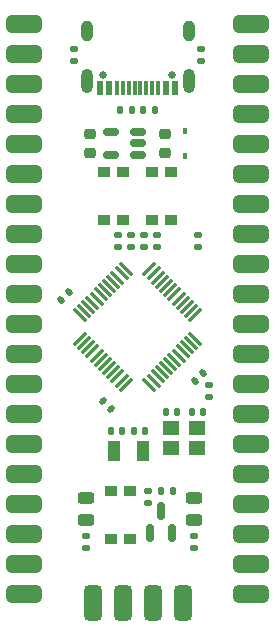
<source format=gbr>
%TF.GenerationSoftware,KiCad,Pcbnew,6.0.11-2627ca5db0~126~ubuntu20.04.1*%
%TF.CreationDate,2023-02-28T16:59:55+07:00*%
%TF.ProjectId,Bluepill-USB-C,426c7565-7069-46c6-9c2d-5553422d432e,rev?*%
%TF.SameCoordinates,Original*%
%TF.FileFunction,Soldermask,Top*%
%TF.FilePolarity,Negative*%
%FSLAX46Y46*%
G04 Gerber Fmt 4.6, Leading zero omitted, Abs format (unit mm)*
G04 Created by KiCad (PCBNEW 6.0.11-2627ca5db0~126~ubuntu20.04.1) date 2023-02-28 16:59:55*
%MOMM*%
%LPD*%
G01*
G04 APERTURE LIST*
G04 Aperture macros list*
%AMRoundRect*
0 Rectangle with rounded corners*
0 $1 Rounding radius*
0 $2 $3 $4 $5 $6 $7 $8 $9 X,Y pos of 4 corners*
0 Add a 4 corners polygon primitive as box body*
4,1,4,$2,$3,$4,$5,$6,$7,$8,$9,$2,$3,0*
0 Add four circle primitives for the rounded corners*
1,1,$1+$1,$2,$3*
1,1,$1+$1,$4,$5*
1,1,$1+$1,$6,$7*
1,1,$1+$1,$8,$9*
0 Add four rect primitives between the rounded corners*
20,1,$1+$1,$2,$3,$4,$5,0*
20,1,$1+$1,$4,$5,$6,$7,0*
20,1,$1+$1,$6,$7,$8,$9,0*
20,1,$1+$1,$8,$9,$2,$3,0*%
G04 Aperture macros list end*
%ADD10R,0.450000X0.600000*%
%ADD11RoundRect,0.140000X-0.140000X-0.170000X0.140000X-0.170000X0.140000X0.170000X-0.140000X0.170000X0*%
%ADD12RoundRect,0.135000X0.185000X-0.135000X0.185000X0.135000X-0.185000X0.135000X-0.185000X-0.135000X0*%
%ADD13C,1.500000*%
%ADD14RoundRect,0.375000X0.375000X-1.125000X0.375000X1.125000X-0.375000X1.125000X-0.375000X-1.125000X0*%
%ADD15RoundRect,0.135000X-0.185000X0.135000X-0.185000X-0.135000X0.185000X-0.135000X0.185000X0.135000X0*%
%ADD16RoundRect,0.140000X0.021213X-0.219203X0.219203X-0.021213X-0.021213X0.219203X-0.219203X0.021213X0*%
%ADD17RoundRect,0.147500X-0.172500X0.147500X-0.172500X-0.147500X0.172500X-0.147500X0.172500X0.147500X0*%
%ADD18RoundRect,0.140000X0.140000X0.170000X-0.140000X0.170000X-0.140000X-0.170000X0.140000X-0.170000X0*%
%ADD19R,1.000000X0.900000*%
%ADD20RoundRect,0.140000X-0.170000X0.140000X-0.170000X-0.140000X0.170000X-0.140000X0.170000X0.140000X0*%
%ADD21RoundRect,0.075000X0.521491X-0.415425X-0.415425X0.521491X-0.521491X0.415425X0.415425X-0.521491X0*%
%ADD22RoundRect,0.075000X0.521491X0.415425X0.415425X0.521491X-0.521491X-0.415425X-0.415425X-0.521491X0*%
%ADD23R,1.400000X1.200000*%
%ADD24RoundRect,0.243750X-0.456250X0.243750X-0.456250X-0.243750X0.456250X-0.243750X0.456250X0.243750X0*%
%ADD25RoundRect,0.140000X0.170000X-0.140000X0.170000X0.140000X-0.170000X0.140000X-0.170000X-0.140000X0*%
%ADD26RoundRect,0.375000X-1.125000X-0.375000X1.125000X-0.375000X1.125000X0.375000X-1.125000X0.375000X0*%
%ADD27C,0.650000*%
%ADD28R,0.600000X1.240000*%
%ADD29R,0.300000X1.240000*%
%ADD30O,1.000000X1.800000*%
%ADD31O,1.000000X2.100000*%
%ADD32RoundRect,0.135000X0.135000X0.185000X-0.135000X0.185000X-0.135000X-0.185000X0.135000X-0.185000X0*%
%ADD33RoundRect,0.140000X-0.021213X0.219203X-0.219203X0.021213X0.021213X-0.219203X0.219203X-0.021213X0*%
%ADD34R,1.000000X1.800000*%
%ADD35RoundRect,0.140000X0.219203X0.021213X0.021213X0.219203X-0.219203X-0.021213X-0.021213X-0.219203X0*%
%ADD36RoundRect,0.375000X1.125000X0.375000X-1.125000X0.375000X-1.125000X-0.375000X1.125000X-0.375000X0*%
%ADD37RoundRect,0.150000X0.512500X0.150000X-0.512500X0.150000X-0.512500X-0.150000X0.512500X-0.150000X0*%
%ADD38RoundRect,0.225000X0.250000X-0.225000X0.250000X0.225000X-0.250000X0.225000X-0.250000X-0.225000X0*%
%ADD39RoundRect,0.150000X0.150000X-0.587500X0.150000X0.587500X-0.150000X0.587500X-0.150000X-0.587500X0*%
%ADD40RoundRect,0.135000X-0.135000X-0.185000X0.135000X-0.185000X0.135000X0.185000X-0.135000X0.185000X0*%
%ADD41RoundRect,0.225000X-0.250000X0.225000X-0.250000X-0.225000X0.250000X-0.225000X0.250000X0.225000X0*%
G04 APERTURE END LIST*
D10*
%TO.C,D1*%
X154152600Y-89950000D03*
X154152600Y-87850000D03*
%TD*%
D11*
%TO.C,C9*%
X152191200Y-118323200D03*
X153151200Y-118323200D03*
%TD*%
D12*
%TO.C,R9*%
X155250000Y-97660000D03*
X155250000Y-96640000D03*
%TD*%
D13*
%TO.C,J2*%
X146354800Y-128524000D03*
D14*
X146354800Y-127824000D03*
X148894800Y-127824000D03*
D13*
X148894800Y-128524000D03*
X151434800Y-128524000D03*
D14*
X151434800Y-127824000D03*
D13*
X153974800Y-128524000D03*
D14*
X153974800Y-127824000D03*
%TD*%
D15*
%TO.C,R6*%
X148550000Y-96640000D03*
X148550000Y-97660000D03*
%TD*%
D16*
%TO.C,C10*%
X143710589Y-102189411D03*
X144389411Y-101510589D03*
%TD*%
D17*
%TO.C,FB1*%
X156250000Y-109365000D03*
X156250000Y-110335000D03*
%TD*%
D18*
%TO.C,C2*%
X155730000Y-111650000D03*
X154770000Y-111650000D03*
%TD*%
D19*
%TO.C,SW3*%
X149500000Y-118300000D03*
X149500000Y-122400000D03*
X147900000Y-118300000D03*
X147900000Y-122400000D03*
%TD*%
D20*
%TO.C,C5*%
X149650000Y-96670000D03*
X149650000Y-97630000D03*
%TD*%
D21*
%TO.C,U3*%
X151163588Y-109337876D03*
X151517142Y-108984322D03*
X151870695Y-108630769D03*
X152224249Y-108277215D03*
X152577802Y-107923662D03*
X152931355Y-107570109D03*
X153284909Y-107216555D03*
X153638462Y-106863002D03*
X153992015Y-106509449D03*
X154345569Y-106155895D03*
X154699122Y-105802342D03*
X155052676Y-105448788D03*
D22*
X155052676Y-103451212D03*
X154699122Y-103097658D03*
X154345569Y-102744105D03*
X153992015Y-102390551D03*
X153638462Y-102036998D03*
X153284909Y-101683445D03*
X152931355Y-101329891D03*
X152577802Y-100976338D03*
X152224249Y-100622785D03*
X151870695Y-100269231D03*
X151517142Y-99915678D03*
X151163588Y-99562124D03*
D21*
X149166012Y-99562124D03*
X148812458Y-99915678D03*
X148458905Y-100269231D03*
X148105351Y-100622785D03*
X147751798Y-100976338D03*
X147398245Y-101329891D03*
X147044691Y-101683445D03*
X146691138Y-102036998D03*
X146337585Y-102390551D03*
X145984031Y-102744105D03*
X145630478Y-103097658D03*
X145276924Y-103451212D03*
D22*
X145276924Y-105448788D03*
X145630478Y-105802342D03*
X145984031Y-106155895D03*
X146337585Y-106509449D03*
X146691138Y-106863002D03*
X147044691Y-107216555D03*
X147398245Y-107570109D03*
X147751798Y-107923662D03*
X148105351Y-108277215D03*
X148458905Y-108630769D03*
X148812458Y-108984322D03*
X149166012Y-109337876D03*
%TD*%
D23*
%TO.C,Y2*%
X153010000Y-114732000D03*
X155210000Y-114732000D03*
X155210000Y-113032000D03*
X153010000Y-113032000D03*
%TD*%
D19*
%TO.C,SW1*%
X147364800Y-95400000D03*
X147364800Y-91300000D03*
X148964800Y-95400000D03*
X148964800Y-91300000D03*
%TD*%
D24*
%TO.C,D3*%
X154971200Y-118935700D03*
X154971200Y-120810700D03*
%TD*%
D25*
%TO.C,C11*%
X151850000Y-97630000D03*
X151850000Y-96670000D03*
%TD*%
D19*
%TO.C,SW2*%
X151364800Y-95400000D03*
X151364800Y-91300000D03*
X152964800Y-95400000D03*
X152964800Y-91300000D03*
%TD*%
D15*
%TO.C,R5*%
X150750000Y-96640000D03*
X150750000Y-97660000D03*
%TD*%
D26*
%TO.C,J3*%
X140574800Y-78765400D03*
D13*
X139824800Y-78765400D03*
X139824800Y-81305400D03*
D26*
X140574800Y-81305400D03*
X140574800Y-83845400D03*
D13*
X139824800Y-83845400D03*
X139824800Y-86385400D03*
D26*
X140574800Y-86385400D03*
X140574800Y-88925400D03*
D13*
X139824800Y-88925400D03*
D26*
X140574800Y-91465400D03*
D13*
X139824800Y-91465400D03*
D26*
X140574800Y-94005400D03*
D13*
X139824800Y-94005400D03*
X139824800Y-96545400D03*
D26*
X140574800Y-96545400D03*
D13*
X139824800Y-99085400D03*
D26*
X140574800Y-99085400D03*
X140574800Y-101625400D03*
D13*
X139824800Y-101625400D03*
X139824800Y-104165400D03*
D26*
X140574800Y-104165400D03*
X140574800Y-106705400D03*
D13*
X139824800Y-106705400D03*
X139824800Y-109245400D03*
D26*
X140574800Y-109245400D03*
X140574800Y-111785400D03*
D13*
X139824800Y-111785400D03*
X139824800Y-114325400D03*
D26*
X140574800Y-114325400D03*
X140574800Y-116865400D03*
D13*
X139824800Y-116865400D03*
X139824800Y-119405400D03*
D26*
X140574800Y-119405400D03*
X140574800Y-121945400D03*
D13*
X139824800Y-121945400D03*
X139824800Y-124485400D03*
D26*
X140574800Y-124485400D03*
D13*
X139824800Y-127025400D03*
D26*
X140574800Y-127025400D03*
%TD*%
D27*
%TO.C,J1*%
X153054800Y-83092830D03*
X147274800Y-83092830D03*
D28*
X153364800Y-84212830D03*
X152564800Y-84212830D03*
D29*
X151414800Y-84212830D03*
X150414800Y-84212830D03*
X149914800Y-84212830D03*
X148914800Y-84212830D03*
D28*
X147764800Y-84212830D03*
X146964800Y-84212830D03*
X146964800Y-84212830D03*
X147764800Y-84212830D03*
D29*
X148414800Y-84212830D03*
X149414800Y-84212830D03*
X150914800Y-84212830D03*
X151914800Y-84212830D03*
D28*
X152564800Y-84212830D03*
X153364800Y-84212830D03*
D30*
X145844800Y-79412830D03*
D31*
X145844800Y-83612830D03*
D30*
X154484800Y-79412830D03*
D31*
X154484800Y-83612830D03*
%TD*%
D12*
%TO.C,R2*%
X144750000Y-81960000D03*
X144750000Y-80940000D03*
%TD*%
D15*
%TO.C,R8*%
X154971200Y-122163200D03*
X154971200Y-123183200D03*
%TD*%
D32*
%TO.C,R3*%
X149710000Y-86050000D03*
X148690000Y-86050000D03*
%TD*%
D33*
%TO.C,C13*%
X155689411Y-108360589D03*
X155010589Y-109039411D03*
%TD*%
D18*
%TO.C,C4*%
X150830000Y-113250000D03*
X149870000Y-113250000D03*
%TD*%
D34*
%TO.C,Y1*%
X150650000Y-114950000D03*
X148150000Y-114950000D03*
%TD*%
D35*
%TO.C,C12*%
X147939411Y-111389411D03*
X147260589Y-110710589D03*
%TD*%
D24*
%TO.C,D2*%
X145821200Y-118935700D03*
X145821200Y-120810700D03*
%TD*%
D15*
%TO.C,R7*%
X145821200Y-122163200D03*
X145821200Y-123183200D03*
%TD*%
D13*
%TO.C,J4*%
X160504800Y-127025400D03*
D36*
X159754800Y-127025400D03*
X159754800Y-124485400D03*
D13*
X160504800Y-124485400D03*
D36*
X159754800Y-121945400D03*
D13*
X160504800Y-121945400D03*
D36*
X159754800Y-119405400D03*
D13*
X160504800Y-119405400D03*
X160504800Y-116865400D03*
D36*
X159754800Y-116865400D03*
X159754800Y-114325400D03*
D13*
X160504800Y-114325400D03*
D36*
X159754800Y-111785400D03*
D13*
X160504800Y-111785400D03*
D36*
X159754800Y-109245400D03*
D13*
X160504800Y-109245400D03*
D36*
X159754800Y-106705400D03*
D13*
X160504800Y-106705400D03*
D36*
X159754800Y-104165400D03*
D13*
X160504800Y-104165400D03*
X160504800Y-101625400D03*
D36*
X159754800Y-101625400D03*
D13*
X160504800Y-99085400D03*
D36*
X159754800Y-99085400D03*
D13*
X160504800Y-96545400D03*
D36*
X159754800Y-96545400D03*
X159754800Y-94005400D03*
D13*
X160504800Y-94005400D03*
X160504800Y-91465400D03*
D36*
X159754800Y-91465400D03*
X159754800Y-88925400D03*
D13*
X160504800Y-88925400D03*
D36*
X159754800Y-86385400D03*
D13*
X160504800Y-86385400D03*
X160504800Y-83845400D03*
D36*
X159754800Y-83845400D03*
D13*
X160504800Y-81305400D03*
D36*
X159754800Y-81305400D03*
D13*
X160504800Y-78765400D03*
D36*
X159754800Y-78765400D03*
%TD*%
D37*
%TO.C,U1*%
X150187500Y-89850000D03*
X150187500Y-88900000D03*
X150187500Y-87950000D03*
X147912500Y-87950000D03*
X147912500Y-89850000D03*
%TD*%
D12*
%TO.C,R1*%
X155550000Y-81960000D03*
X155550000Y-80940000D03*
%TD*%
D38*
%TO.C,C7*%
X146150000Y-89675000D03*
X146150000Y-88125000D03*
%TD*%
D39*
%TO.C,D4*%
X151221200Y-121910700D03*
X153121200Y-121910700D03*
X152171200Y-120035700D03*
%TD*%
D15*
%TO.C,R10*%
X151021200Y-118313200D03*
X151021200Y-119333200D03*
%TD*%
D11*
%TO.C,C3*%
X147920000Y-113250000D03*
X148880000Y-113250000D03*
%TD*%
%TO.C,C1*%
X152540000Y-111650000D03*
X153500000Y-111650000D03*
%TD*%
D40*
%TO.C,R4*%
X150640000Y-86050000D03*
X151660000Y-86050000D03*
%TD*%
D41*
%TO.C,C6*%
X152450000Y-88125000D03*
X152450000Y-89675000D03*
%TD*%
M02*

</source>
